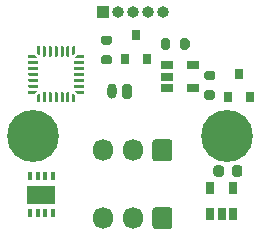
<source format=gts>
%TF.GenerationSoftware,KiCad,Pcbnew,(5.1.8)-1*%
%TF.CreationDate,2020-11-23T23:28:54+01:00*%
%TF.ProjectId,KLinPump_PCB,4b4c696e-5075-46d7-905f-5043422e6b69,rev?*%
%TF.SameCoordinates,PX6a9eec0PY52f83c0*%
%TF.FileFunction,Soldermask,Top*%
%TF.FilePolarity,Negative*%
%FSLAX46Y46*%
G04 Gerber Fmt 4.6, Leading zero omitted, Abs format (unit mm)*
G04 Created by KiCad (PCBNEW (5.1.8)-1) date 2020-11-23 23:28:54*
%MOMM*%
%LPD*%
G01*
G04 APERTURE LIST*
%ADD10O,1.000000X1.000000*%
%ADD11R,1.000000X1.000000*%
%ADD12O,0.800000X1.300000*%
%ADD13C,4.400000*%
%ADD14O,1.700000X1.850000*%
%ADD15R,0.800000X0.900000*%
%ADD16R,0.350000X0.650000*%
%ADD17R,2.400000X1.550000*%
%ADD18R,1.060000X0.650000*%
%ADD19R,0.650000X1.060000*%
%ADD20C,0.100000*%
G04 APERTURE END LIST*
D10*
%TO.C,SWD1*%
X15240000Y-2500000D03*
X13970000Y-2500000D03*
X12700000Y-2500000D03*
X11430000Y-2500000D03*
D11*
X10160000Y-2500000D03*
%TD*%
%TO.C,VALVE1*%
G36*
G01*
X12600000Y-8800000D02*
X12600000Y-9700000D01*
G75*
G02*
X12400000Y-9900000I-200000J0D01*
G01*
X12000000Y-9900000D01*
G75*
G02*
X11800000Y-9700000I0J200000D01*
G01*
X11800000Y-8800000D01*
G75*
G02*
X12000000Y-8600000I200000J0D01*
G01*
X12400000Y-8600000D01*
G75*
G02*
X12600000Y-8800000I0J-200000D01*
G01*
G37*
D12*
X10950000Y-9250000D03*
%TD*%
D13*
%TO.C,PGND*%
X20700000Y-13000000D03*
%TD*%
%TO.C,Pump+*%
X4200000Y-13000000D03*
%TD*%
%TO.C,D3*%
G36*
G01*
X19512500Y-16256250D02*
X19512500Y-15743750D01*
G75*
G02*
X19731250Y-15525000I218750J0D01*
G01*
X20168750Y-15525000D01*
G75*
G02*
X20387500Y-15743750I0J-218750D01*
G01*
X20387500Y-16256250D01*
G75*
G02*
X20168750Y-16475000I-218750J0D01*
G01*
X19731250Y-16475000D01*
G75*
G02*
X19512500Y-16256250I0J218750D01*
G01*
G37*
G36*
G01*
X21087500Y-16256250D02*
X21087500Y-15743750D01*
G75*
G02*
X21306250Y-15525000I218750J0D01*
G01*
X21743750Y-15525000D01*
G75*
G02*
X21962500Y-15743750I0J-218750D01*
G01*
X21962500Y-16256250D01*
G75*
G02*
X21743750Y-16475000I-218750J0D01*
G01*
X21306250Y-16475000D01*
G75*
G02*
X21087500Y-16256250I0J218750D01*
G01*
G37*
%TD*%
%TO.C,KLIN1*%
G36*
G01*
X16050000Y-13575000D02*
X16050000Y-14925000D01*
G75*
G02*
X15800000Y-15175000I-250000J0D01*
G01*
X14600000Y-15175000D01*
G75*
G02*
X14350000Y-14925000I0J250000D01*
G01*
X14350000Y-13575000D01*
G75*
G02*
X14600000Y-13325000I250000J0D01*
G01*
X15800000Y-13325000D01*
G75*
G02*
X16050000Y-13575000I0J-250000D01*
G01*
G37*
D14*
X12700000Y-14250000D03*
X10200000Y-14250000D03*
%TD*%
%TO.C,KLIN2*%
X10200000Y-20000000D03*
X12700000Y-20000000D03*
G36*
G01*
X16050000Y-19325000D02*
X16050000Y-20675000D01*
G75*
G02*
X15800000Y-20925000I-250000J0D01*
G01*
X14600000Y-20925000D01*
G75*
G02*
X14350000Y-20675000I0J250000D01*
G01*
X14350000Y-19325000D01*
G75*
G02*
X14600000Y-19075000I250000J0D01*
G01*
X15800000Y-19075000D01*
G75*
G02*
X16050000Y-19325000I0J-250000D01*
G01*
G37*
%TD*%
D15*
%TO.C,Q1*%
X21700000Y-7750000D03*
X22650000Y-9750000D03*
X20750000Y-9750000D03*
%TD*%
%TO.C,Q2*%
X12025001Y-6500000D03*
X13925001Y-6500000D03*
X12975001Y-4500000D03*
%TD*%
%TO.C,R1*%
G36*
G01*
X19475000Y-9975000D02*
X18925000Y-9975000D01*
G75*
G02*
X18725000Y-9775000I0J200000D01*
G01*
X18725000Y-9375000D01*
G75*
G02*
X18925000Y-9175000I200000J0D01*
G01*
X19475000Y-9175000D01*
G75*
G02*
X19675000Y-9375000I0J-200000D01*
G01*
X19675000Y-9775000D01*
G75*
G02*
X19475000Y-9975000I-200000J0D01*
G01*
G37*
G36*
G01*
X19475000Y-8325000D02*
X18925000Y-8325000D01*
G75*
G02*
X18725000Y-8125000I0J200000D01*
G01*
X18725000Y-7725000D01*
G75*
G02*
X18925000Y-7525000I200000J0D01*
G01*
X19475000Y-7525000D01*
G75*
G02*
X19675000Y-7725000I0J-200000D01*
G01*
X19675000Y-8125000D01*
G75*
G02*
X19475000Y-8325000I-200000J0D01*
G01*
G37*
%TD*%
%TO.C,R2*%
G36*
G01*
X10725000Y-5325000D02*
X10175000Y-5325000D01*
G75*
G02*
X9975000Y-5125000I0J200000D01*
G01*
X9975000Y-4725000D01*
G75*
G02*
X10175000Y-4525000I200000J0D01*
G01*
X10725000Y-4525000D01*
G75*
G02*
X10925000Y-4725000I0J-200000D01*
G01*
X10925000Y-5125000D01*
G75*
G02*
X10725000Y-5325000I-200000J0D01*
G01*
G37*
G36*
G01*
X10725000Y-6975000D02*
X10175000Y-6975000D01*
G75*
G02*
X9975000Y-6775000I0J200000D01*
G01*
X9975000Y-6375000D01*
G75*
G02*
X10175000Y-6175000I200000J0D01*
G01*
X10725000Y-6175000D01*
G75*
G02*
X10925000Y-6375000I0J-200000D01*
G01*
X10925000Y-6775000D01*
G75*
G02*
X10725000Y-6975000I-200000J0D01*
G01*
G37*
%TD*%
%TO.C,R4*%
G36*
G01*
X15050000Y-5525000D02*
X15050000Y-4975000D01*
G75*
G02*
X15250000Y-4775000I200000J0D01*
G01*
X15650000Y-4775000D01*
G75*
G02*
X15850000Y-4975000I0J-200000D01*
G01*
X15850000Y-5525000D01*
G75*
G02*
X15650000Y-5725000I-200000J0D01*
G01*
X15250000Y-5725000D01*
G75*
G02*
X15050000Y-5525000I0J200000D01*
G01*
G37*
G36*
G01*
X16700000Y-5525000D02*
X16700000Y-4975000D01*
G75*
G02*
X16900000Y-4775000I200000J0D01*
G01*
X17300000Y-4775000D01*
G75*
G02*
X17500000Y-4975000I0J-200000D01*
G01*
X17500000Y-5525000D01*
G75*
G02*
X17300000Y-5725000I-200000J0D01*
G01*
X16900000Y-5725000D01*
G75*
G02*
X16700000Y-5525000I0J200000D01*
G01*
G37*
%TD*%
D16*
%TO.C,U1*%
X5925000Y-16450000D03*
X5275000Y-16450000D03*
X4625000Y-16450000D03*
X3975000Y-16450000D03*
X3975000Y-19550000D03*
X4625000Y-19550000D03*
X5275000Y-19550000D03*
X5925000Y-19550000D03*
D17*
X4950000Y-18000000D03*
%TD*%
D18*
%TO.C,U3*%
X15600000Y-7050000D03*
X15600000Y-8000000D03*
X15600000Y-8950000D03*
X17800000Y-8950000D03*
X17800000Y-7050000D03*
%TD*%
D19*
%TO.C,U4*%
X19250000Y-17400000D03*
X21150000Y-17400000D03*
X21150000Y-19600000D03*
X20200000Y-19600000D03*
X19250000Y-19600000D03*
%TD*%
D20*
%TO.C,U2*%
G36*
X7989861Y-9436635D02*
G01*
X7981419Y-9434075D01*
X7973639Y-9429916D01*
X7966820Y-9424320D01*
X7833180Y-9290680D01*
X7827584Y-9283861D01*
X7823425Y-9276081D01*
X7820865Y-9267639D01*
X7820000Y-9258860D01*
X7820000Y-9232500D01*
X7820865Y-9223721D01*
X7823425Y-9215279D01*
X7827584Y-9207499D01*
X7833180Y-9200680D01*
X7839999Y-9195084D01*
X7847779Y-9190925D01*
X7856221Y-9188365D01*
X7865000Y-9187500D01*
X8530000Y-9187500D01*
X8538779Y-9188365D01*
X8547221Y-9190925D01*
X8555001Y-9195084D01*
X8561820Y-9200680D01*
X8567416Y-9207499D01*
X8571575Y-9215279D01*
X8574135Y-9223721D01*
X8575000Y-9232500D01*
X8575000Y-9392500D01*
X8574135Y-9401279D01*
X8571575Y-9409721D01*
X8567416Y-9417501D01*
X8561820Y-9424320D01*
X8555001Y-9429916D01*
X8547221Y-9434075D01*
X8538779Y-9436635D01*
X8530000Y-9437500D01*
X7998640Y-9437500D01*
X7989861Y-9436635D01*
G37*
G36*
G01*
X8575000Y-8750000D02*
X8575000Y-8875000D01*
G75*
G02*
X8512500Y-8937500I-62500J0D01*
G01*
X7762500Y-8937500D01*
G75*
G02*
X7700000Y-8875000I0J62500D01*
G01*
X7700000Y-8750000D01*
G75*
G02*
X7762500Y-8687500I62500J0D01*
G01*
X8512500Y-8687500D01*
G75*
G02*
X8575000Y-8750000I0J-62500D01*
G01*
G37*
G36*
G01*
X8575000Y-8250000D02*
X8575000Y-8375000D01*
G75*
G02*
X8512500Y-8437500I-62500J0D01*
G01*
X7762500Y-8437500D01*
G75*
G02*
X7700000Y-8375000I0J62500D01*
G01*
X7700000Y-8250000D01*
G75*
G02*
X7762500Y-8187500I62500J0D01*
G01*
X8512500Y-8187500D01*
G75*
G02*
X8575000Y-8250000I0J-62500D01*
G01*
G37*
G36*
G01*
X8575000Y-7750000D02*
X8575000Y-7875000D01*
G75*
G02*
X8512500Y-7937500I-62500J0D01*
G01*
X7762500Y-7937500D01*
G75*
G02*
X7700000Y-7875000I0J62500D01*
G01*
X7700000Y-7750000D01*
G75*
G02*
X7762500Y-7687500I62500J0D01*
G01*
X8512500Y-7687500D01*
G75*
G02*
X8575000Y-7750000I0J-62500D01*
G01*
G37*
G36*
G01*
X8575000Y-7250000D02*
X8575000Y-7375000D01*
G75*
G02*
X8512500Y-7437500I-62500J0D01*
G01*
X7762500Y-7437500D01*
G75*
G02*
X7700000Y-7375000I0J62500D01*
G01*
X7700000Y-7250000D01*
G75*
G02*
X7762500Y-7187500I62500J0D01*
G01*
X8512500Y-7187500D01*
G75*
G02*
X8575000Y-7250000I0J-62500D01*
G01*
G37*
G36*
G01*
X8575000Y-6750000D02*
X8575000Y-6875000D01*
G75*
G02*
X8512500Y-6937500I-62500J0D01*
G01*
X7762500Y-6937500D01*
G75*
G02*
X7700000Y-6875000I0J62500D01*
G01*
X7700000Y-6750000D01*
G75*
G02*
X7762500Y-6687500I62500J0D01*
G01*
X8512500Y-6687500D01*
G75*
G02*
X8575000Y-6750000I0J-62500D01*
G01*
G37*
G36*
X7856221Y-6436635D02*
G01*
X7847779Y-6434075D01*
X7839999Y-6429916D01*
X7833180Y-6424320D01*
X7827584Y-6417501D01*
X7823425Y-6409721D01*
X7820865Y-6401279D01*
X7820000Y-6392500D01*
X7820000Y-6366140D01*
X7820865Y-6357361D01*
X7823425Y-6348919D01*
X7827584Y-6341139D01*
X7833180Y-6334320D01*
X7966820Y-6200680D01*
X7973639Y-6195084D01*
X7981419Y-6190925D01*
X7989861Y-6188365D01*
X7998640Y-6187500D01*
X8530000Y-6187500D01*
X8538779Y-6188365D01*
X8547221Y-6190925D01*
X8555001Y-6195084D01*
X8561820Y-6200680D01*
X8567416Y-6207499D01*
X8571575Y-6215279D01*
X8574135Y-6223721D01*
X8575000Y-6232500D01*
X8575000Y-6392500D01*
X8574135Y-6401279D01*
X8571575Y-6409721D01*
X8567416Y-6417501D01*
X8561820Y-6424320D01*
X8555001Y-6429916D01*
X8547221Y-6434075D01*
X8538779Y-6436635D01*
X8530000Y-6437500D01*
X7865000Y-6437500D01*
X7856221Y-6436635D01*
G37*
G36*
X7611221Y-6191635D02*
G01*
X7602779Y-6189075D01*
X7594999Y-6184916D01*
X7588180Y-6179320D01*
X7582584Y-6172501D01*
X7578425Y-6164721D01*
X7575865Y-6156279D01*
X7575000Y-6147500D01*
X7575000Y-5482500D01*
X7575865Y-5473721D01*
X7578425Y-5465279D01*
X7582584Y-5457499D01*
X7588180Y-5450680D01*
X7594999Y-5445084D01*
X7602779Y-5440925D01*
X7611221Y-5438365D01*
X7620000Y-5437500D01*
X7780000Y-5437500D01*
X7788779Y-5438365D01*
X7797221Y-5440925D01*
X7805001Y-5445084D01*
X7811820Y-5450680D01*
X7817416Y-5457499D01*
X7821575Y-5465279D01*
X7824135Y-5473721D01*
X7825000Y-5482500D01*
X7825000Y-6013860D01*
X7824135Y-6022639D01*
X7821575Y-6031081D01*
X7817416Y-6038861D01*
X7811820Y-6045680D01*
X7678180Y-6179320D01*
X7671361Y-6184916D01*
X7663581Y-6189075D01*
X7655139Y-6191635D01*
X7646360Y-6192500D01*
X7620000Y-6192500D01*
X7611221Y-6191635D01*
G37*
G36*
G01*
X7325000Y-5500000D02*
X7325000Y-6250000D01*
G75*
G02*
X7262500Y-6312500I-62500J0D01*
G01*
X7137500Y-6312500D01*
G75*
G02*
X7075000Y-6250000I0J62500D01*
G01*
X7075000Y-5500000D01*
G75*
G02*
X7137500Y-5437500I62500J0D01*
G01*
X7262500Y-5437500D01*
G75*
G02*
X7325000Y-5500000I0J-62500D01*
G01*
G37*
G36*
G01*
X6825000Y-5500000D02*
X6825000Y-6250000D01*
G75*
G02*
X6762500Y-6312500I-62500J0D01*
G01*
X6637500Y-6312500D01*
G75*
G02*
X6575000Y-6250000I0J62500D01*
G01*
X6575000Y-5500000D01*
G75*
G02*
X6637500Y-5437500I62500J0D01*
G01*
X6762500Y-5437500D01*
G75*
G02*
X6825000Y-5500000I0J-62500D01*
G01*
G37*
G36*
G01*
X6325000Y-5500000D02*
X6325000Y-6250000D01*
G75*
G02*
X6262500Y-6312500I-62500J0D01*
G01*
X6137500Y-6312500D01*
G75*
G02*
X6075000Y-6250000I0J62500D01*
G01*
X6075000Y-5500000D01*
G75*
G02*
X6137500Y-5437500I62500J0D01*
G01*
X6262500Y-5437500D01*
G75*
G02*
X6325000Y-5500000I0J-62500D01*
G01*
G37*
G36*
G01*
X5825000Y-5500000D02*
X5825000Y-6250000D01*
G75*
G02*
X5762500Y-6312500I-62500J0D01*
G01*
X5637500Y-6312500D01*
G75*
G02*
X5575000Y-6250000I0J62500D01*
G01*
X5575000Y-5500000D01*
G75*
G02*
X5637500Y-5437500I62500J0D01*
G01*
X5762500Y-5437500D01*
G75*
G02*
X5825000Y-5500000I0J-62500D01*
G01*
G37*
G36*
G01*
X5325000Y-5500000D02*
X5325000Y-6250000D01*
G75*
G02*
X5262500Y-6312500I-62500J0D01*
G01*
X5137500Y-6312500D01*
G75*
G02*
X5075000Y-6250000I0J62500D01*
G01*
X5075000Y-5500000D01*
G75*
G02*
X5137500Y-5437500I62500J0D01*
G01*
X5262500Y-5437500D01*
G75*
G02*
X5325000Y-5500000I0J-62500D01*
G01*
G37*
G36*
X4744861Y-6191635D02*
G01*
X4736419Y-6189075D01*
X4728639Y-6184916D01*
X4721820Y-6179320D01*
X4588180Y-6045680D01*
X4582584Y-6038861D01*
X4578425Y-6031081D01*
X4575865Y-6022639D01*
X4575000Y-6013860D01*
X4575000Y-5482500D01*
X4575865Y-5473721D01*
X4578425Y-5465279D01*
X4582584Y-5457499D01*
X4588180Y-5450680D01*
X4594999Y-5445084D01*
X4602779Y-5440925D01*
X4611221Y-5438365D01*
X4620000Y-5437500D01*
X4780000Y-5437500D01*
X4788779Y-5438365D01*
X4797221Y-5440925D01*
X4805001Y-5445084D01*
X4811820Y-5450680D01*
X4817416Y-5457499D01*
X4821575Y-5465279D01*
X4824135Y-5473721D01*
X4825000Y-5482500D01*
X4825000Y-6147500D01*
X4824135Y-6156279D01*
X4821575Y-6164721D01*
X4817416Y-6172501D01*
X4811820Y-6179320D01*
X4805001Y-6184916D01*
X4797221Y-6189075D01*
X4788779Y-6191635D01*
X4780000Y-6192500D01*
X4753640Y-6192500D01*
X4744861Y-6191635D01*
G37*
G36*
X3861221Y-6436635D02*
G01*
X3852779Y-6434075D01*
X3844999Y-6429916D01*
X3838180Y-6424320D01*
X3832584Y-6417501D01*
X3828425Y-6409721D01*
X3825865Y-6401279D01*
X3825000Y-6392500D01*
X3825000Y-6232500D01*
X3825865Y-6223721D01*
X3828425Y-6215279D01*
X3832584Y-6207499D01*
X3838180Y-6200680D01*
X3844999Y-6195084D01*
X3852779Y-6190925D01*
X3861221Y-6188365D01*
X3870000Y-6187500D01*
X4401360Y-6187500D01*
X4410139Y-6188365D01*
X4418581Y-6190925D01*
X4426361Y-6195084D01*
X4433180Y-6200680D01*
X4566820Y-6334320D01*
X4572416Y-6341139D01*
X4576575Y-6348919D01*
X4579135Y-6357361D01*
X4580000Y-6366140D01*
X4580000Y-6392500D01*
X4579135Y-6401279D01*
X4576575Y-6409721D01*
X4572416Y-6417501D01*
X4566820Y-6424320D01*
X4560001Y-6429916D01*
X4552221Y-6434075D01*
X4543779Y-6436635D01*
X4535000Y-6437500D01*
X3870000Y-6437500D01*
X3861221Y-6436635D01*
G37*
G36*
G01*
X4700000Y-6750000D02*
X4700000Y-6875000D01*
G75*
G02*
X4637500Y-6937500I-62500J0D01*
G01*
X3887500Y-6937500D01*
G75*
G02*
X3825000Y-6875000I0J62500D01*
G01*
X3825000Y-6750000D01*
G75*
G02*
X3887500Y-6687500I62500J0D01*
G01*
X4637500Y-6687500D01*
G75*
G02*
X4700000Y-6750000I0J-62500D01*
G01*
G37*
G36*
G01*
X4700000Y-7250000D02*
X4700000Y-7375000D01*
G75*
G02*
X4637500Y-7437500I-62500J0D01*
G01*
X3887500Y-7437500D01*
G75*
G02*
X3825000Y-7375000I0J62500D01*
G01*
X3825000Y-7250000D01*
G75*
G02*
X3887500Y-7187500I62500J0D01*
G01*
X4637500Y-7187500D01*
G75*
G02*
X4700000Y-7250000I0J-62500D01*
G01*
G37*
G36*
G01*
X4700000Y-7750000D02*
X4700000Y-7875000D01*
G75*
G02*
X4637500Y-7937500I-62500J0D01*
G01*
X3887500Y-7937500D01*
G75*
G02*
X3825000Y-7875000I0J62500D01*
G01*
X3825000Y-7750000D01*
G75*
G02*
X3887500Y-7687500I62500J0D01*
G01*
X4637500Y-7687500D01*
G75*
G02*
X4700000Y-7750000I0J-62500D01*
G01*
G37*
G36*
G01*
X4700000Y-8250000D02*
X4700000Y-8375000D01*
G75*
G02*
X4637500Y-8437500I-62500J0D01*
G01*
X3887500Y-8437500D01*
G75*
G02*
X3825000Y-8375000I0J62500D01*
G01*
X3825000Y-8250000D01*
G75*
G02*
X3887500Y-8187500I62500J0D01*
G01*
X4637500Y-8187500D01*
G75*
G02*
X4700000Y-8250000I0J-62500D01*
G01*
G37*
G36*
G01*
X4700000Y-8750000D02*
X4700000Y-8875000D01*
G75*
G02*
X4637500Y-8937500I-62500J0D01*
G01*
X3887500Y-8937500D01*
G75*
G02*
X3825000Y-8875000I0J62500D01*
G01*
X3825000Y-8750000D01*
G75*
G02*
X3887500Y-8687500I62500J0D01*
G01*
X4637500Y-8687500D01*
G75*
G02*
X4700000Y-8750000I0J-62500D01*
G01*
G37*
G36*
X3861221Y-9436635D02*
G01*
X3852779Y-9434075D01*
X3844999Y-9429916D01*
X3838180Y-9424320D01*
X3832584Y-9417501D01*
X3828425Y-9409721D01*
X3825865Y-9401279D01*
X3825000Y-9392500D01*
X3825000Y-9232500D01*
X3825865Y-9223721D01*
X3828425Y-9215279D01*
X3832584Y-9207499D01*
X3838180Y-9200680D01*
X3844999Y-9195084D01*
X3852779Y-9190925D01*
X3861221Y-9188365D01*
X3870000Y-9187500D01*
X4535000Y-9187500D01*
X4543779Y-9188365D01*
X4552221Y-9190925D01*
X4560001Y-9195084D01*
X4566820Y-9200680D01*
X4572416Y-9207499D01*
X4576575Y-9215279D01*
X4579135Y-9223721D01*
X4580000Y-9232500D01*
X4580000Y-9258860D01*
X4579135Y-9267639D01*
X4576575Y-9276081D01*
X4572416Y-9283861D01*
X4566820Y-9290680D01*
X4433180Y-9424320D01*
X4426361Y-9429916D01*
X4418581Y-9434075D01*
X4410139Y-9436635D01*
X4401360Y-9437500D01*
X3870000Y-9437500D01*
X3861221Y-9436635D01*
G37*
G36*
X4611221Y-10186635D02*
G01*
X4602779Y-10184075D01*
X4594999Y-10179916D01*
X4588180Y-10174320D01*
X4582584Y-10167501D01*
X4578425Y-10159721D01*
X4575865Y-10151279D01*
X4575000Y-10142500D01*
X4575000Y-9611140D01*
X4575865Y-9602361D01*
X4578425Y-9593919D01*
X4582584Y-9586139D01*
X4588180Y-9579320D01*
X4721820Y-9445680D01*
X4728639Y-9440084D01*
X4736419Y-9435925D01*
X4744861Y-9433365D01*
X4753640Y-9432500D01*
X4780000Y-9432500D01*
X4788779Y-9433365D01*
X4797221Y-9435925D01*
X4805001Y-9440084D01*
X4811820Y-9445680D01*
X4817416Y-9452499D01*
X4821575Y-9460279D01*
X4824135Y-9468721D01*
X4825000Y-9477500D01*
X4825000Y-10142500D01*
X4824135Y-10151279D01*
X4821575Y-10159721D01*
X4817416Y-10167501D01*
X4811820Y-10174320D01*
X4805001Y-10179916D01*
X4797221Y-10184075D01*
X4788779Y-10186635D01*
X4780000Y-10187500D01*
X4620000Y-10187500D01*
X4611221Y-10186635D01*
G37*
G36*
G01*
X5325000Y-9375000D02*
X5325000Y-10125000D01*
G75*
G02*
X5262500Y-10187500I-62500J0D01*
G01*
X5137500Y-10187500D01*
G75*
G02*
X5075000Y-10125000I0J62500D01*
G01*
X5075000Y-9375000D01*
G75*
G02*
X5137500Y-9312500I62500J0D01*
G01*
X5262500Y-9312500D01*
G75*
G02*
X5325000Y-9375000I0J-62500D01*
G01*
G37*
G36*
G01*
X5825000Y-9375000D02*
X5825000Y-10125000D01*
G75*
G02*
X5762500Y-10187500I-62500J0D01*
G01*
X5637500Y-10187500D01*
G75*
G02*
X5575000Y-10125000I0J62500D01*
G01*
X5575000Y-9375000D01*
G75*
G02*
X5637500Y-9312500I62500J0D01*
G01*
X5762500Y-9312500D01*
G75*
G02*
X5825000Y-9375000I0J-62500D01*
G01*
G37*
G36*
G01*
X6325000Y-9375000D02*
X6325000Y-10125000D01*
G75*
G02*
X6262500Y-10187500I-62500J0D01*
G01*
X6137500Y-10187500D01*
G75*
G02*
X6075000Y-10125000I0J62500D01*
G01*
X6075000Y-9375000D01*
G75*
G02*
X6137500Y-9312500I62500J0D01*
G01*
X6262500Y-9312500D01*
G75*
G02*
X6325000Y-9375000I0J-62500D01*
G01*
G37*
G36*
G01*
X6825000Y-9375000D02*
X6825000Y-10125000D01*
G75*
G02*
X6762500Y-10187500I-62500J0D01*
G01*
X6637500Y-10187500D01*
G75*
G02*
X6575000Y-10125000I0J62500D01*
G01*
X6575000Y-9375000D01*
G75*
G02*
X6637500Y-9312500I62500J0D01*
G01*
X6762500Y-9312500D01*
G75*
G02*
X6825000Y-9375000I0J-62500D01*
G01*
G37*
G36*
G01*
X7325000Y-9375000D02*
X7325000Y-10125000D01*
G75*
G02*
X7262500Y-10187500I-62500J0D01*
G01*
X7137500Y-10187500D01*
G75*
G02*
X7075000Y-10125000I0J62500D01*
G01*
X7075000Y-9375000D01*
G75*
G02*
X7137500Y-9312500I62500J0D01*
G01*
X7262500Y-9312500D01*
G75*
G02*
X7325000Y-9375000I0J-62500D01*
G01*
G37*
G36*
X7611221Y-10186635D02*
G01*
X7602779Y-10184075D01*
X7594999Y-10179916D01*
X7588180Y-10174320D01*
X7582584Y-10167501D01*
X7578425Y-10159721D01*
X7575865Y-10151279D01*
X7575000Y-10142500D01*
X7575000Y-9477500D01*
X7575865Y-9468721D01*
X7578425Y-9460279D01*
X7582584Y-9452499D01*
X7588180Y-9445680D01*
X7594999Y-9440084D01*
X7602779Y-9435925D01*
X7611221Y-9433365D01*
X7620000Y-9432500D01*
X7646360Y-9432500D01*
X7655139Y-9433365D01*
X7663581Y-9435925D01*
X7671361Y-9440084D01*
X7678180Y-9445680D01*
X7811820Y-9579320D01*
X7817416Y-9586139D01*
X7821575Y-9593919D01*
X7824135Y-9602361D01*
X7825000Y-9611140D01*
X7825000Y-10142500D01*
X7824135Y-10151279D01*
X7821575Y-10159721D01*
X7817416Y-10167501D01*
X7811820Y-10174320D01*
X7805001Y-10179916D01*
X7797221Y-10184075D01*
X7788779Y-10186635D01*
X7780000Y-10187500D01*
X7620000Y-10187500D01*
X7611221Y-10186635D01*
G37*
%TD*%
M02*

</source>
